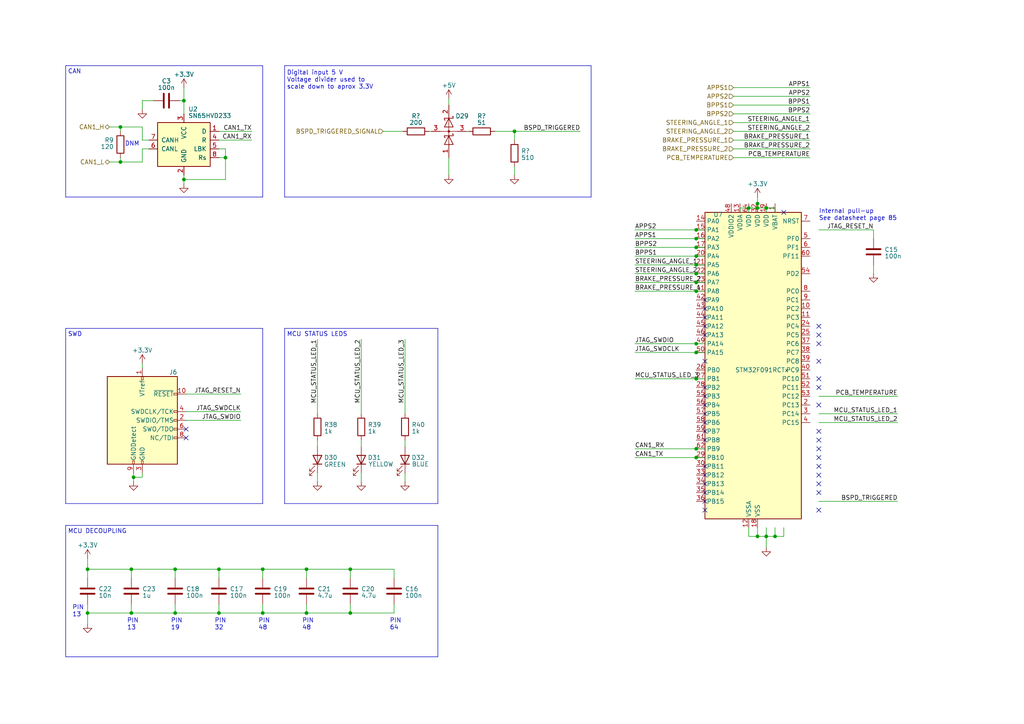
<source format=kicad_sch>
(kicad_sch (version 20230121) (generator eeschema)
  (paper "A4")
  (title_block (title "DRIVER CONTROL UNIT (DCU)") (rev "2.0") (company "KTH FORMULA STUDENT") (comment 1 "DeV17") (comment 2 "JOACHIM LARSSON") (comment 3 "JOACLA@KTH.SE"))
  (lib_symbols
    (symbol "Device:C" (pin_numbers hide) (pin_names (offset 0.254))
      (property "Reference" "C" (at 0.635 2.54 0))
      (property "Value" "C" (at 0.635 -2.54 0))
      (symbol "C_0_1"
        (polyline (pts (xy -2.032 -0.762) (xy 2.032 -0.762)) (stroke (width 0.508)))
        (polyline (pts (xy -2.032 0.762) (xy 2.032 0.762)) (stroke (width 0.508)))
      )
      (symbol "C_1_1"
        (pin passive line (at 0 3.81 270) (length 2.794) (name "~") (number "1"))
        (pin passive line (at 0 -3.81 90) (length 2.794) (name "~") (number "2"))
      )
    )
    (symbol "Device:LED" (pin_numbers hide) (pin_names (offset 1.016) hide)
      (property "Reference" "D" (at 0 2.54 0))
      (property "Value" "LED" (at 0 -2.54 0))
      (symbol "LED_0_1"
        (polyline (pts (xy -1.27 -1.27) (xy -1.27 1.27)) (stroke (width 0.254)))
        (polyline (pts (xy -1.27 0) (xy 1.27 0)))
        (polyline (pts (xy 1.27 -1.27) (xy 1.27 1.27) (xy -1.27 0) (xy 1.27 -1.27)) (stroke (width 0.254)))
        (polyline (pts (xy -3.048 -0.762) (xy -4.572 -2.286) (xy -3.81 -2.286) (xy -4.572 -2.286) (xy -4.572 -1.524)))
        (polyline (pts (xy -1.778 -0.762) (xy -3.302 -2.286) (xy -2.54 -2.286) (xy -3.302 -2.286) (xy -3.302 -1.524)))
      )
      (symbol "LED_1_1"
        (pin passive line (at -3.81 0 0) (length 2.54) (name "K") (number "1"))
        (pin passive line (at 3.81 0 180) (length 2.54) (name "A") (number "2"))
      )
    )
    (symbol "Device:R" (pin_numbers hide) (pin_names (offset 0))
      (property "Reference" "R" (at 2.032 0 90))
      (property "Value" "R" (at 0 0 90))
      (symbol "R_0_1"
        (rectangle (start -1.016 -2.54) (end 1.016 2.54) (stroke (width 0.254)))
      )
      (symbol "R_1_1"
        (pin passive line (at 0 3.81 270) (length 1.27) (name "~") (number "1"))
        (pin passive line (at 0 -3.81 90) (length 1.27) (name "~") (number "2"))
      )
    )
    (symbol "Interface_CAN_LIN:SN65HVD233" (pin_names (offset 1.016))
      (property "Reference" "U" (at -2.54 10.16 0))
      (property "Value" "SN65HVD233" (at -2.54 7.62 0))
      (symbol "SN65HVD233_0_1"
        (rectangle (start -7.62 5.08) (end 7.62 -7.62) (stroke (width 0.254)) (fill (type background)))
      )
      (symbol "SN65HVD233_1_1"
        (pin input line (at -10.16 2.54 0) (length 2.54) (name "D") (number "1"))
        (pin power_in line (at 0 -10.16 90) (length 2.54) (name "GND") (number "2"))
        (pin power_in line (at 0 7.62 270) (length 2.54) (name "VCC") (number "3"))
        (pin output line (at -10.16 0 0) (length 2.54) (name "R") (number "4"))
        (pin input line (at -10.16 -2.54 0) (length 2.54) (name "LBK") (number "5"))
        (pin bidirectional line (at 10.16 -2.54 180) (length 2.54) (name "CANL") (number "6"))
        (pin bidirectional line (at 10.16 0 180) (length 2.54) (name "CANH") (number "7"))
        (pin input line (at -10.16 -5.08 0) (length 2.54) (name "Rs") (number "8"))
      )
    )
    (symbol "KTHFS:ARM_JTAG_SWD_10" (pin_names (offset 1.016))
      (property "Reference" "J" (at 0 0 0))
      (property "Value" "ARM_JTAG_SWD_10" (at 0 0 0))
      (symbol "ARM_JTAG_SWD_10_1_1"
        (rectangle (start -10.16 13.97) (end 10.16 -11.43) (stroke (width 0.254)) (fill (type background)))
        (rectangle (start -2.794 -11.43) (end -2.286 -10.414))
        (rectangle (start -0.254 -11.43) (end 0.254 -10.414))
        (rectangle (start -0.254 13.97) (end 0.254 12.954))
        (rectangle (start 9.144 -4.064) (end 10.16 -3.556))
        (rectangle (start 9.144 3.556) (end 10.16 4.064))
        (rectangle (start 10.16 -1.524) (end 9.144 -1.016))
        (rectangle (start 10.16 1.016) (end 9.144 1.524))
        (rectangle (start 10.16 9.144) (end 9.144 8.636))
        (pin power_in line (at 0 16.51 270) (length 2.54) (name "VTref") (number "1"))
        (pin open_collector line (at 12.7 8.89 180) (length 2.54) (name "~{RESET}") (number "10"))
        (pin bidirectional line (at 12.7 1.27 180) (length 2.54) (name "SWDIO/TMS") (number "2"))
        (pin power_in line (at 0 -13.97 90) (length 2.54) (name "GND") (number "3"))
        (pin output line (at 12.7 3.81 180) (length 2.54) (name "SWDCLK/TCK") (number "4"))
        (pin passive line (at 0 -13.97 90) (length 2.54) hide (name "GND") (number "5"))
        (pin input line (at 12.7 -1.27 180) (length 2.54) (name "SWO/TDO") (number "6"))
        (pin no_connect line (at -10.16 1.27 0) (length 2.54) hide (name "KEY") (number "7"))
        (pin output line (at 12.7 -3.81 180) (length 2.54) (name "NC/TDI") (number "8"))
        (pin passive line (at -2.54 -13.97 90) (length 2.54) (name "GNDDetect") (number "9"))
      )
    )
    (symbol "KTHFS:D_Schottky_x2_Serial_AKC" (pin_names (offset 0.762) hide)
      (property "Reference" "D" (at 2.54 1.27 90))
      (property "Value" "D_Schottky_x2_Serial_AKC" (at -2.54 0 90))
      (symbol "D_Schottky_x2_Serial_AKC_0_1"
        (polyline (pts (xy 0 -3.81) (xy 0 3.81)))
        (polyline (pts (xy 0 0) (xy 2.54 0)))
        (polyline (pts (xy 0 6.35) (xy 0 7.62)))
        (polyline (pts (xy -1.27 3.81) (xy 1.27 3.81) (xy 1.27 3.81)) (stroke (width 0.2032)))
        (polyline (pts (xy 1.27 -1.27) (xy -1.27 -1.27) (xy -1.27 -1.27)) (stroke (width 0.2032)))
        (polyline (pts (xy -1.27 3.81) (xy -1.27 3.302) (xy -1.016 3.302) (xy -1.016 3.302)) (stroke (width 0.2032)))
        (polyline (pts (xy 1.27 -1.27) (xy 1.27 -0.762) (xy 1.016 -0.762) (xy 1.016 -0.762)) (stroke (width 0.2032)))
        (polyline (pts (xy 1.27 3.81) (xy 1.27 4.318) (xy 1.016 4.318) (xy 1.016 4.318)) (stroke (width 0.2032)))
        (polyline (pts (xy -1.016 -1.778) (xy -1.27 -1.778) (xy -1.27 -1.27) (xy -1.27 -1.27) (xy -1.27 -1.27)) (stroke (width 0.2032)))
        (polyline (pts (xy -1.27 -3.81) (xy 0 -1.27) (xy 1.27 -3.81) (xy -1.27 -3.81) (xy -1.27 -3.81) (xy -1.27 -3.81)) (stroke (width 0.2032)))
        (polyline (pts (xy -1.27 1.27) (xy 0 3.81) (xy 1.27 1.27) (xy -1.27 1.27) (xy -1.27 1.27) (xy -1.27 1.27)) (stroke (width 0.2032)))
        (circle (center 0 0) (radius 0.254) (fill (type outline)))
        (pin passive line (at 0 -7.62 90) (length 3.81) (name "A") (number "1"))
        (pin passive line (at 0 7.62 270) (length 3.81) (name "K") (number "2"))
        (pin passive line (at 5.08 0 180) (length 2.54) (name "common") (number "3"))
      )
      (symbol "D_Schottky_x2_Serial_AKC_1_1"
        (polyline (pts (xy 0 0) (xy -2.54 0)))
        (pin passive line (at -5.08 0 0) (length 2.54) (name "common") (number "3"))
      )
    )
    (symbol "MCU_ST_STM32F0:STM32F091RCTx"
      (property "Reference" "U" (at -12.7 46.99 0))
      (property "Value" "STM32F091RCTx" (at 10.16 46.99 0))
      (symbol "STM32F091RCTx_0_1"
        (rectangle (start -12.7 -43.18) (end 15.24 45.72) (stroke (width 0.254)) (fill (type background)))
      )
      (symbol "STM32F091RCTx_1_1"
        (pin power_in line (at -5.08 48.26 270) (length 2.54) (name "VBAT") (number "1"))
        (pin bidirectional line (at -15.24 17.78 0) (length 2.54) (name "PC2") (number "10"))
        (pin bidirectional line (at -15.24 15.24 0) (length 2.54) (name "PC3") (number "11"))
        (pin power_in line (at 2.54 -45.72 90) (length 2.54) (name "VSSA") (number "12"))
        (pin power_in line (at 5.08 48.26 270) (length 2.54) (name "VDDA") (number "13"))
        (pin bidirectional line (at 17.78 43.18 180) (length 2.54) (name "PA0") (number "14"))
        (pin bidirectional line (at 17.78 40.64 180) (length 2.54) (name "PA1") (number "15"))
        (pin bidirectional line (at 17.78 38.1 180) (length 2.54) (name "PA2") (number "16"))
        (pin bidirectional line (at 17.78 35.56 180) (length 2.54) (name "PA3") (number "17"))
        (pin power_in line (at 0 -45.72 90) (length 2.54) (name "VSS") (number "18"))
        (pin power_in line (at -2.54 48.26 270) (length 2.54) (name "VDD") (number "19"))
        (pin bidirectional line (at -15.24 -10.16 0) (length 2.54) (name "PC13") (number "2"))
        (pin bidirectional line (at 17.78 33.02 180) (length 2.54) (name "PA4") (number "20"))
        (pin bidirectional line (at 17.78 30.48 180) (length 2.54) (name "PA5") (number "21"))
        (pin bidirectional line (at 17.78 27.94 180) (length 2.54) (name "PA6") (number "22"))
        (pin bidirectional line (at 17.78 25.4 180) (length 2.54) (name "PA7") (number "23"))
        (pin bidirectional line (at -15.24 12.7 0) (length 2.54) (name "PC4") (number "24"))
        (pin bidirectional line (at -15.24 10.16 0) (length 2.54) (name "PC5") (number "25"))
        (pin bidirectional line (at 17.78 0 180) (length 2.54) (name "PB0") (number "26"))
        (pin bidirectional line (at 17.78 -2.54 180) (length 2.54) (name "PB1") (number "27"))
        (pin bidirectional line (at 17.78 -5.08 180) (length 2.54) (name "PB2") (number "28"))
        (pin bidirectional line (at 17.78 -25.4 180) (length 2.54) (name "PB10") (number "29"))
        (pin bidirectional line (at -15.24 -12.7 0) (length 2.54) (name "PC14") (number "3"))
        (pin bidirectional line (at 17.78 -27.94 180) (length 2.54) (name "PB11") (number "30"))
        (pin passive line (at 0 -45.72 90) (length 2.54) hide (name "VSS") (number "31"))
        (pin power_in line (at 0 48.26 270) (length 2.54) (name "VDD") (number "32"))
        (pin bidirectional line (at 17.78 -30.48 180) (length 2.54) (name "PB12") (number "33"))
        (pin bidirectional line (at 17.78 -33.02 180) (length 2.54) (name "PB13") (number "34"))
        (pin bidirectional line (at 17.78 -35.56 180) (length 2.54) (name "PB14") (number "35"))
        (pin bidirectional line (at 17.78 -38.1 180) (length 2.54) (name "PB15") (number "36"))
        (pin bidirectional line (at -15.24 7.62 0) (length 2.54) (name "PC6") (number "37"))
        (pin bidirectional line (at -15.24 5.08 0) (length 2.54) (name "PC7") (number "38"))
        (pin bidirectional line (at -15.24 2.54 0) (length 2.54) (name "PC8") (number "39"))
        (pin bidirectional line (at -15.24 -15.24 0) (length 2.54) (name "PC15") (number "4"))
        (pin bidirectional line (at -15.24 0 0) (length 2.54) (name "PC9") (number "40"))
        (pin bidirectional line (at 17.78 22.86 180) (length 2.54) (name "PA8") (number "41"))
        (pin bidirectional line (at 17.78 20.32 180) (length 2.54) (name "PA9") (number "42"))
        (pin bidirectional line (at 17.78 17.78 180) (length 2.54) (name "PA10") (number "43"))
        (pin bidirectional line (at 17.78 15.24 180) (length 2.54) (name "PA11") (number "44"))
        (pin bidirectional line (at 17.78 12.7 180) (length 2.54) (name "PA12") (number "45"))
        (pin bidirectional line (at 17.78 10.16 180) (length 2.54) (name "PA13") (number "46"))
        (pin passive line (at 0 -45.72 90) (length 2.54) hide (name "VSS") (number "47"))
        (pin power_in line (at 7.62 48.26 270) (length 2.54) (name "VDDIO2") (number "48"))
        (pin bidirectional line (at 17.78 7.62 180) (length 2.54) (name "PA14") (number "49"))
        (pin bidirectional line (at -15.24 38.1 0) (length 2.54) (name "PF0") (number "5"))
        (pin bidirectional line (at 17.78 5.08 180) (length 2.54) (name "PA15") (number "50"))
        (pin bidirectional line (at -15.24 -2.54 0) (length 2.54) (name "PC10") (number "51"))
        (pin bidirectional line (at -15.24 -5.08 0) (length 2.54) (name "PC11") (number "52"))
        (pin bidirectional line (at -15.24 -7.62 0) (length 2.54) (name "PC12") (number "53"))
        (pin bidirectional line (at -15.24 27.94 0) (length 2.54) (name "PD2") (number "54"))
        (pin bidirectional line (at 17.78 -7.62 180) (length 2.54) (name "PB3") (number "55"))
        (pin bidirectional line (at 17.78 -10.16 180) (length 2.54) (name "PB4") (number "56"))
        (pin bidirectional line (at 17.78 -12.7 180) (length 2.54) (name "PB5") (number "57"))
        (pin bidirectional line (at 17.78 -15.24 180) (length 2.54) (name "PB6") (number "58"))
        (pin bidirectional line (at 17.78 -17.78 180) (length 2.54) (name "PB7") (number "59"))
        (pin bidirectional line (at -15.24 35.56 0) (length 2.54) (name "PF1") (number "6"))
        (pin bidirectional line (at -15.24 33.02 0) (length 2.54) (name "PF11") (number "60"))
        (pin bidirectional line (at 17.78 -20.32 180) (length 2.54) (name "PB8") (number "61"))
        (pin bidirectional line (at 17.78 -22.86 180) (length 2.54) (name "PB9") (number "62"))
        (pin passive line (at 0 -45.72 90) (length 2.54) hide (name "VSS") (number "63"))
        (pin power_in line (at 2.54 48.26 270) (length 2.54) (name "VDD") (number "64"))
        (pin input line (at -15.24 43.18 0) (length 2.54) (name "NRST") (number "7"))
        (pin bidirectional line (at -15.24 22.86 0) (length 2.54) (name "PC0") (number "8"))
        (pin bidirectional line (at -15.24 20.32 0) (length 2.54) (name "PC1") (number "9"))
      )
    )
    (symbol "power:+3.3V" (power) (pin_names (offset 0))
      (property "Value" "+3.3V" (at 0 3.556 0))
      (symbol "+3.3V_0_1"
        (polyline (pts (xy -0.762 1.27) (xy 0 2.54)))
        (polyline (pts (xy 0 0) (xy 0 2.54)))
        (polyline (pts (xy 0 2.54) (xy 0.762 1.27)))
      )
      (symbol "+3.3V_1_1"
        (pin power_in line (at 0 0 90) (length 0) hide (name "+3.3V") (number "1"))
      )
    )
    (symbol "power:+5V" (power) (pin_names (offset 0))
      (property "Value" "+5V" (at 0 3.556 0))
      (symbol "+5V_0_1"
        (polyline (pts (xy -0.762 1.27) (xy 0 2.54)))
        (polyline (pts (xy 0 0) (xy 0 2.54)))
        (polyline (pts (xy 0 2.54) (xy 0.762 1.27)))
      )
      (symbol "+5V_1_1"
        (pin power_in line (at 0 0 90) (length 0) hide (name "+5V") (number "1"))
      )
    )
    (symbol "power:GND" (power) (pin_names (offset 0))
      (property "Value" "GND" (at 0 -3.81 0))
      (symbol "GND_0_1"
        (polyline (pts (xy 0 0) (xy 0 -1.27) (xy 1.27 -1.27) (xy 0 -2.54) (xy -1.27 -1.27) (xy 0 -1.27)))
      )
      (symbol "GND_1_1"
        (pin power_in line (at 0 0 270) (length 0) hide (name "GND") (number "1"))
      )
    )
  )
  (junction (at 201.93 102.235))
  (junction (at 38.1 177.8))
  (junction (at 76.2 177.8))
  (junction (at 34.925 36.83))
  (junction (at 201.93 132.715))
  (junction (at 222.25 155.575))
  (junction (at 25.4 165.1))
  (junction (at 219.71 155.575))
  (junction (at 222.25 60.325))
  (junction (at 201.93 76.835))
  (junction (at 201.93 81.915))
  (junction (at 201.93 66.675))
  (junction (at 50.8 165.1))
  (junction (at 88.9 177.8))
  (junction (at 201.93 69.215))
  (junction (at 53.34 52.07))
  (junction (at 63.5 177.8))
  (junction (at 63.5 165.1))
  (junction (at 101.6 177.8))
  (junction (at 101.6 165.1))
  (junction (at 65.405 45.72))
  (junction (at 224.79 155.575))
  (junction (at 88.9 165.1))
  (junction (at 25.4 177.8))
  (junction (at 201.93 130.175))
  (junction (at 201.93 79.375))
  (junction (at 38.1 165.1))
  (junction (at 76.2 165.1))
  (junction (at 217.17 60.325))
  (junction (at 149.225 38.1))
  (junction (at 34.925 46.99))
  (junction (at 219.71 60.325))
  (junction (at 201.93 74.295))
  (junction (at 201.93 84.455))
  (junction (at 50.8 177.8))
  (junction (at 53.34 29.21))
  (junction (at 201.93 109.855))
  (junction (at 201.93 99.695))
  (junction (at 219.71 59.055))
  (junction (at 38.735 138.43))
  (junction (at 201.93 71.755))
  (no_connect (at 53.975 127))
  (no_connect (at 237.49 117.475))
  (no_connect (at 204.47 120.015))
  (no_connect (at 237.49 97.155))
  (no_connect (at 237.49 99.695))
  (no_connect (at 237.49 112.395))
  (no_connect (at 237.49 147.955))
  (no_connect (at 237.49 109.855))
  (no_connect (at 204.47 104.775))
  (no_connect (at 237.49 127.635))
  (no_connect (at 204.47 94.615))
  (no_connect (at 204.47 92.075))
  (no_connect (at 237.49 142.875))
  (no_connect (at 204.47 114.935))
  (no_connect (at 53.975 124.46))
  (no_connect (at 204.47 125.095))
  (no_connect (at 237.49 140.335))
  (no_connect (at 237.49 135.255))
  (no_connect (at 237.49 94.615))
  (no_connect (at 227.33 61.595))
  (no_connect (at 204.47 145.415))
  (no_connect (at 237.49 137.795))
  (no_connect (at 204.47 89.535))
  (no_connect (at 204.47 112.395))
  (no_connect (at 204.47 137.795))
  (no_connect (at 204.47 97.155))
  (no_connect (at 204.47 86.995))
  (no_connect (at 237.49 132.715))
  (no_connect (at 204.47 122.555))
  (no_connect (at 204.47 117.475))
  (no_connect (at 204.47 135.255))
  (no_connect (at 204.47 140.335))
  (no_connect (at 237.49 130.175))
  (no_connect (at 237.49 104.775))
  (no_connect (at 237.49 125.095))
  (no_connect (at 204.47 127.635))
  (no_connect (at 204.47 147.955))
  (no_connect (at 204.47 142.875))
  (wire (pts (xy 212.725 27.94) (xy 234.95 27.94)))
  (wire (pts (xy 117.475 129.54) (xy 117.475 127.635)))
  (wire (pts (xy 201.93 84.455) (xy 184.15 84.455)))
  (wire (pts (xy 101.6 165.1) (xy 88.9 165.1)))
  (polyline (pts (xy 127 190.5) (xy 127 152.4)))
  (wire (pts (xy 227.33 153.035) (xy 227.33 155.575)))
  (wire (pts (xy 219.71 155.575) (xy 219.71 153.035)))
  (wire (pts (xy 63.5 167.64) (xy 63.5 165.1)))
  (wire (pts (xy 237.49 145.415) (xy 260.35 145.415)))
  (wire (pts (xy 104.775 127.635) (xy 104.775 129.54)))
  (wire (pts (xy 34.925 36.83) (xy 31.75 36.83)))
  (wire (pts (xy 135.89 38.1) (xy 135.255 38.1)))
  (wire (pts (xy 149.225 38.1) (xy 143.51 38.1)))
  (wire (pts (xy 214.63 60.325) (xy 217.17 60.325)))
  (wire (pts (xy 212.725 35.56) (xy 234.95 35.56)))
  (wire (pts (xy 114.3 175.26) (xy 114.3 177.8)))
  (wire (pts (xy 76.2 177.8) (xy 88.9 177.8)))
  (wire (pts (xy 38.1 165.1) (xy 25.4 165.1)))
  (polyline (pts (xy 19.05 95.25) (xy 76.2 95.25)))
  (wire (pts (xy 34.925 36.83) (xy 41.275 36.83)))
  (wire (pts (xy 219.71 59.055) (xy 219.71 57.15)))
  (wire (pts (xy 224.79 60.325) (xy 224.79 61.595)))
  (wire (pts (xy 25.4 161.925) (xy 25.4 165.1)))
  (wire (pts (xy 53.975 119.38) (xy 69.85 119.38)))
  (wire (pts (xy 149.225 40.64) (xy 149.225 38.1)))
  (wire (pts (xy 214.63 61.595) (xy 214.63 60.325)))
  (wire (pts (xy 201.93 76.835) (xy 204.47 76.835)))
  (wire (pts (xy 219.71 60.325) (xy 219.71 61.595)))
  (wire (pts (xy 201.93 132.715) (xy 204.47 132.715)))
  (wire (pts (xy 184.15 99.695) (xy 201.93 99.695)))
  (polyline (pts (xy 19.05 190.5) (xy 127 190.5)))
  (polyline (pts (xy 82.55 57.15) (xy 82.55 19.05)))
  (wire (pts (xy 253.365 69.215) (xy 253.365 66.675)))
  (wire (pts (xy 222.25 155.575) (xy 222.25 153.035)))
  (wire (pts (xy 41.275 43.18) (xy 41.275 46.99)))
  (wire (pts (xy 92.075 98.425) (xy 92.075 120.015)))
  (wire (pts (xy 63.5 177.8) (xy 76.2 177.8)))
  (wire (pts (xy 53.34 52.07) (xy 53.34 50.8)))
  (wire (pts (xy 219.71 60.325) (xy 219.71 59.055)))
  (wire (pts (xy 50.8 165.1) (xy 50.8 167.64)))
  (polyline (pts (xy 19.05 152.4) (xy 19.05 190.5)))
  (wire (pts (xy 201.93 109.855) (xy 204.47 109.855)))
  (polyline (pts (xy 127 95.25) (xy 82.55 95.25)))
  (wire (pts (xy 204.47 84.455) (xy 201.93 84.455)))
  (wire (pts (xy 224.79 155.575) (xy 222.25 155.575)))
  (wire (pts (xy 76.2 177.8) (xy 76.2 175.26)))
  (wire (pts (xy 43.18 43.18) (xy 41.275 43.18)))
  (wire (pts (xy 227.33 155.575) (xy 224.79 155.575)))
  (wire (pts (xy 88.9 177.8) (xy 88.9 175.26)))
  (wire (pts (xy 201.93 71.755) (xy 204.47 71.755)))
  (wire (pts (xy 38.1 177.8) (xy 50.8 177.8)))
  (wire (pts (xy 41.275 29.21) (xy 41.275 31.75)))
  (wire (pts (xy 201.93 74.295) (xy 184.15 74.295)))
  (wire (pts (xy 38.1 177.8) (xy 38.1 175.26)))
  (wire (pts (xy 101.6 165.1) (xy 114.3 165.1)))
  (polyline (pts (xy 76.2 146.05) (xy 19.05 146.05)))
  (wire (pts (xy 222.25 60.325) (xy 222.25 61.595)))
  (wire (pts (xy 25.4 177.8) (xy 38.1 177.8)))
  (wire (pts (xy 104.775 137.16) (xy 104.775 139.7)))
  (wire (pts (xy 184.15 76.835) (xy 201.93 76.835)))
  (wire (pts (xy 53.34 25.4) (xy 53.34 29.21)))
  (wire (pts (xy 34.925 38.1) (xy 34.925 36.83)))
  (wire (pts (xy 237.49 114.935) (xy 260.35 114.935)))
  (wire (pts (xy 184.15 109.855) (xy 201.93 109.855)))
  (polyline (pts (xy 82.55 57.15) (xy 171.45 57.15)))
  (wire (pts (xy 25.4 177.8) (xy 25.4 180.975)))
  (wire (pts (xy 201.93 81.915) (xy 204.47 81.915)))
  (polyline (pts (xy 82.55 146.05) (xy 127 146.05)))
  (wire (pts (xy 217.17 153.035) (xy 217.17 155.575)))
  (polyline (pts (xy 127 146.05) (xy 127 95.25)))
  (polyline (pts (xy 76.2 57.15) (xy 76.2 19.05)))
  (wire (pts (xy 184.15 102.235) (xy 201.93 102.235)))
  (wire (pts (xy 212.725 30.48) (xy 234.95 30.48)))
  (wire (pts (xy 65.405 52.07) (xy 53.34 52.07)))
  (wire (pts (xy 41.275 40.64) (xy 41.275 36.83)))
  (wire (pts (xy 184.15 130.175) (xy 201.93 130.175)))
  (wire (pts (xy 43.18 40.64) (xy 41.275 40.64)))
  (wire (pts (xy 38.1 165.1) (xy 50.8 165.1)))
  (wire (pts (xy 50.8 165.1) (xy 63.5 165.1)))
  (wire (pts (xy 65.405 45.72) (xy 63.5 45.72)))
  (wire (pts (xy 117.475 139.7) (xy 117.475 137.16)))
  (wire (pts (xy 65.405 43.18) (xy 65.405 45.72)))
  (wire (pts (xy 125.095 38.1) (xy 124.46 38.1)))
  (wire (pts (xy 50.8 177.8) (xy 50.8 175.26)))
  (wire (pts (xy 92.075 137.16) (xy 92.075 139.7)))
  (wire (pts (xy 38.1 167.64) (xy 38.1 165.1)))
  (wire (pts (xy 114.3 177.8) (xy 101.6 177.8)))
  (wire (pts (xy 76.2 165.1) (xy 76.2 167.64)))
  (wire (pts (xy 222.25 60.325) (xy 224.79 60.325)))
  (wire (pts (xy 65.405 45.72) (xy 65.405 52.07)))
  (wire (pts (xy 63.5 38.1) (xy 73.025 38.1)))
  (polyline (pts (xy 76.2 95.25) (xy 76.2 146.05)))
  (wire (pts (xy 88.9 165.1) (xy 76.2 165.1)))
  (wire (pts (xy 41.275 138.43) (xy 41.275 137.16)))
  (wire (pts (xy 201.93 79.375) (xy 184.15 79.375)))
  (wire (pts (xy 63.5 43.18) (xy 65.405 43.18)))
  (wire (pts (xy 73.025 40.64) (xy 63.5 40.64)))
  (wire (pts (xy 217.17 155.575) (xy 219.71 155.575)))
  (wire (pts (xy 101.6 175.26) (xy 101.6 177.8)))
  (wire (pts (xy 201.93 130.175) (xy 204.47 130.175)))
  (wire (pts (xy 253.365 79.375) (xy 253.365 76.835)))
  (polyline (pts (xy 127 152.4) (xy 19.05 152.4)))
  (wire (pts (xy 204.47 69.215) (xy 201.93 69.215)))
  (polyline (pts (xy 19.05 57.15) (xy 76.2 57.15)))
  (wire (pts (xy 212.725 45.72) (xy 234.95 45.72)))
  (wire (pts (xy 53.975 114.3) (xy 69.85 114.3)))
  (wire (pts (xy 53.975 121.92) (xy 69.85 121.92)))
  (wire (pts (xy 201.93 99.695) (xy 204.47 99.695)))
  (wire (pts (xy 116.84 38.1) (xy 111.125 38.1)))
  (wire (pts (xy 212.725 40.64) (xy 234.95 40.64)))
  (wire (pts (xy 149.225 38.1) (xy 168.275 38.1)))
  (wire (pts (xy 114.3 165.1) (xy 114.3 167.64)))
  (wire (pts (xy 38.735 138.43) (xy 38.735 139.7)))
  (wire (pts (xy 53.34 29.21) (xy 53.34 33.02)))
  (wire (pts (xy 217.17 60.325) (xy 219.71 60.325)))
  (wire (pts (xy 130.175 30.48) (xy 130.175 28.575)))
  (wire (pts (xy 237.49 66.675) (xy 253.365 66.675)))
  (wire (pts (xy 219.71 60.325) (xy 222.25 60.325)))
  (wire (pts (xy 63.5 177.8) (xy 63.5 175.26)))
  (wire (pts (xy 212.725 43.18) (xy 234.95 43.18)))
  (wire (pts (xy 38.735 138.43) (xy 41.275 138.43)))
  (wire (pts (xy 149.225 50.8) (xy 149.225 48.26)))
  (wire (pts (xy 34.925 46.99) (xy 34.925 45.72)))
  (polyline (pts (xy 82.55 95.25) (xy 82.55 146.05)))
  (wire (pts (xy 201.93 66.675) (xy 204.47 66.675)))
  (wire (pts (xy 237.49 120.015) (xy 260.35 120.015)))
  (wire (pts (xy 38.735 137.16) (xy 38.735 138.43)))
  (polyline (pts (xy 76.2 19.05) (xy 19.05 19.05)))
  (wire (pts (xy 212.725 33.02) (xy 234.95 33.02)))
  (wire (pts (xy 117.475 98.425) (xy 117.475 120.015)))
  (wire (pts (xy 63.5 165.1) (xy 76.2 165.1)))
  (wire (pts (xy 101.6 167.64) (xy 101.6 165.1)))
  (polyline (pts (xy 19.05 19.05) (xy 19.05 57.15)))
  (wire (pts (xy 212.725 38.1) (xy 234.95 38.1)))
  (wire (pts (xy 201.93 69.215) (xy 184.15 69.215)))
  (wire (pts (xy 212.725 25.4) (xy 234.95 25.4)))
  (wire (pts (xy 222.25 158.75) (xy 222.25 155.575)))
  (wire (pts (xy 224.79 153.035) (xy 224.79 155.575)))
  (wire (pts (xy 25.4 165.1) (xy 25.4 167.64)))
  (wire (pts (xy 63.5 177.8) (xy 50.8 177.8)))
  (wire (pts (xy 25.4 175.26) (xy 25.4 177.8)))
  (wire (pts (xy 184.15 81.915) (xy 201.93 81.915)))
  (wire (pts (xy 41.275 105.41) (xy 41.275 106.68)))
  (wire (pts (xy 217.17 60.325) (xy 217.17 61.595)))
  (wire (pts (xy 53.34 53.34) (xy 53.34 52.07)))
  (polyline (pts (xy 82.55 19.05) (xy 171.45 19.05)))
  (wire (pts (xy 219.71 155.575) (xy 222.25 155.575)))
  (wire (pts (xy 104.775 98.425) (xy 104.775 120.015)))
  (wire (pts (xy 52.07 29.21) (xy 53.34 29.21)))
  (wire (pts (xy 204.47 74.295) (xy 201.93 74.295)))
  (wire (pts (xy 88.9 167.64) (xy 88.9 165.1)))
  (wire (pts (xy 101.6 177.8) (xy 88.9 177.8)))
  (wire (pts (xy 34.925 46.99) (xy 31.75 46.99)))
  (wire (pts (xy 44.45 29.21) (xy 41.275 29.21)))
  (wire (pts (xy 41.275 46.99) (xy 34.925 46.99)))
  (wire (pts (xy 130.175 50.8) (xy 130.175 45.72)))
  (polyline (pts (xy 19.05 146.05) (xy 19.05 95.25)))
  (wire (pts (xy 184.15 132.715) (xy 201.93 132.715)))
  (wire (pts (xy 184.15 66.675) (xy 201.93 66.675)))
  (wire (pts (xy 184.15 71.755) (xy 201.93 71.755)))
  (wire (pts (xy 201.93 102.235) (xy 204.47 102.235)))
  (wire (pts (xy 204.47 79.375) (xy 201.93 79.375)))
  (wire (pts (xy 237.49 122.555) (xy 260.35 122.555)))
  (wire (pts (xy 92.075 127.635) (xy 92.075 129.54)))
  (polyline (pts (xy 171.45 19.05) (xy 171.45 57.15)))
  (text "SWD" (at 19.685 97.79 0) (effects (font (size 1.27 1.27)) (justify left bottom)))
  (text "PIN\n19" (at 49.53 182.88 0) (effects (font (size 1.27 1.27)) (justify left bottom)))
  (text "PIN\n64" (at 113.03 182.88 0) (effects (font (size 1.27 1.27)) (justify left bottom)))
  (text "PIN\n32" (at 62.23 182.88 0) (effects (font (size 1.27 1.27)) (justify left bottom)))
  (text "CAN" (at 19.685 21.59 0) (effects (font (size 1.27 1.27)) (justify left bottom)))
  (text "PIN\n48" (at 87.63 182.88 0) (effects (font (size 1.27 1.27)) (justify left bottom)))
  (text "Internal pull-up\nSee datasheet page 85" (at 237.49 64.135 0) (effects (font (size 1.27 1.27)) (justify left bottom)))
  (text "PIN\n48" (at 74.93 182.88 0) (effects (font (size 1.27 1.27)) (justify left bottom)))
  (text "DNM" (at 36.195 42.545 0) (effects (font (size 1.27 1.27)) (justify left bottom)))
  (text "MCU STATUS LEDS" (at 83.185 97.79 0) (effects (font (size 1.27 1.27)) (justify left bottom)))
  (text "Digital input 5 V\nVoltage divider used to \nscale down to aprox 3.3V" (at 83.185 26.035 0) (effects (font (size 1.27 1.27)) (justify left bottom)))
  (text "MCU DECOUPLING" (at 19.685 154.94 0) (effects (font (size 1.27 1.27)) (justify left bottom)))
  (text "PIN\n13" (at 20.955 179.07 0) (effects (font (size 1.27 1.27)) (justify left bottom)))
  (text "PIN\n13" (at 36.83 182.88 0) (effects (font (size 1.27 1.27)) (justify left bottom)))
  (label "JTAG_SWDCLK" (at 69.85 119.38 180))
  (label "JTAG_SWDIO" (at 69.85 121.92 180))
  (label "MCU_STATUS_LED_2" (at 104.775 98.425 270))
  (label "BRAKE_PRESSURE_2" (at 234.95 43.18 180))
  (label "BRAKE_PRESSURE_1" (at 234.95 40.64 180))
  (label "MCU_STATUS_LED_1" (at 92.075 98.425 270))
  (label "PCB_TEMPERATURE" (at 260.35 114.935 180))
  (label "PCB_TEMPERATURE" (at 234.95 45.72 180))
  (label "BPPS2" (at 184.15 71.755 0))
  (label "CAN1_RX" (at 73.025 40.64 180))
  (label "BPPS2" (at 234.95 33.02 180))
  (label "JTAG_RESET_N" (at 253.365 66.675 180))
  (label "BPPS1" (at 184.15 74.295 0))
  (label "CAN1_RX" (at 184.15 130.175 0))
  (label "BPPS1" (at 234.95 30.48 180))
  (label "BSPD_TRIGGERED" (at 168.275 38.1 180))
  (label "JTAG_SWDIO" (at 184.15 99.695 0))
  (label "STEERING_ANGLE_1" (at 234.95 35.56 180))
  (label "MCU_STATUS_LED_3" (at 184.15 109.855 0))
  (label "MCU_STATUS_LED_3" (at 117.475 98.425 270))
  (label "APPS2" (at 184.15 66.675 0))
  (label "MCU_STATUS_LED_2" (at 260.35 122.555 180))
  (label "BRAKE_PRESSURE_1" (at 184.15 84.455 0))
  (label "STEERING_ANGLE_2" (at 234.95 38.1 180))
  (label "JTAG_SWDCLK" (at 184.15 102.235 0))
  (label "APPS1" (at 184.15 69.215 0))
  (label "APPS2" (at 234.95 27.94 180))
  (label "CAN1_TX" (at 73.025 38.1 180))
  (label "STEERING_ANGLE_2" (at 184.15 79.375 0))
  (label "BRAKE_PRESSURE_2" (at 184.15 81.915 0))
  (label "JTAG_RESET_N" (at 69.85 114.3 180))
  (label "MCU_STATUS_LED_1" (at 260.35 120.015 180))
  (label "STEERING_ANGLE_1" (at 184.15 76.835 0))
  (label "APPS1" (at 234.95 25.4 180))
  (label "CAN1_TX" (at 184.15 132.715 0))
  (label "BSPD_TRIGGERED" (at 260.35 145.415 180))
  (hierarchical_label "STEERING_ANGLE_1" (shape input) (at 212.725 35.56 180))
  (hierarchical_label "APPS2" (shape input) (at 212.725 27.94 180))
  (hierarchical_label "BPPS2" (shape input) (at 212.725 33.02 180))
  (hierarchical_label "STEERING_ANGLE_2" (shape input) (at 212.725 38.1 180))
  (hierarchical_label "BRAKE_PRESSURE_2" (shape input) (at 212.725 43.18 180))
  (hierarchical_label "APPS1" (shape input) (at 212.725 25.4 180))
  (hierarchical_label "BPPS1" (shape input) (at 212.725 30.48 180))
  (hierarchical_label "BRAKE_PRESSURE_1" (shape input) (at 212.725 40.64 180))
  (hierarchical_label "BSPD_TRIGGERED_SIGNAL" (shape input) (at 111.125 38.1 180))
  (hierarchical_label "CAN1_L" (shape bidirectional) (at 31.75 46.99 180))
  (hierarchical_label "PCB_TEMPERATURE" (shape input) (at 212.725 45.72 180))
  (hierarchical_label "CAN1_H" (shape bidirectional) (at 31.75 36.83 180))
  (symbol (lib_id "MCU_ST_STM32F0:STM32F091RCTx") (at 219.71 107.315 0) (mirror y) (unit 1)
    (property "Reference" "U7" (at 208.28 62.23 0))
    (property "Value" "STM32F091RCTx" (at 220.98 107.315 0))
    (property "Footprint" "Package_QFP:LQFP-64_10x10mm_P0.5mm" (effects hide))
    (property "Datasheet" "http://www.st.com/st-web-ui/static/active/en/resource/technical/document/datasheet/DM00115237.pdf" (effects hide))
  )
  (symbol (lib_id "Device:C") (at 38.1 171.45 0) (unit 1)
    (property "Reference" "C23" (at 41.275 170.815 0) (effects (justify left)))
    (property "Value" "1u" (at 41.275 172.72 0) (effects (justify left)))
    (property "Footprint" "Capacitor_SMD:C_0603_1608Metric" (effects hide))
  )
  (symbol (lib_id "Device:C") (at 50.8 171.45 0) (unit 1)
    (property "Reference" "C18" (at 53.975 170.815 0) (effects (justify left)))
    (property "Value" "100n" (at 53.975 172.72 0) (effects (justify left)))
    (property "Footprint" "Capacitor_SMD:C_0603_1608Metric" (effects hide))
  )
  (symbol (lib_id "Device:C") (at 25.4 171.45 0) (unit 1)
    (property "Reference" "C22" (at 28.575 170.815 0) (effects (justify left)))
    (property "Value" "10n" (at 28.575 172.72 0) (effects (justify left)))
    (property "Footprint" "Capacitor_SMD:C_0603_1608Metric" (effects hide))
  )
  (symbol (lib_id "Device:C") (at 63.5 171.45 0) (unit 1)
    (property "Reference" "C17" (at 66.675 170.815 0) (effects (justify left)))
    (property "Value" "100n" (at 66.675 172.72 0) (effects (justify left)))
    (property "Footprint" "Capacitor_SMD:C_0603_1608Metric" (effects hide))
  )
  (symbol (lib_id "Device:C") (at 114.3 171.45 0) (unit 1)
    (property "Reference" "C16" (at 117.475 170.815 0) (effects (justify left)))
    (property "Value" "100n" (at 117.475 172.72 0) (effects (justify left)))
    (property "Footprint" "Capacitor_SMD:C_0603_1608Metric" (effects hide))
  )
  (symbol (lib_id "Device:C") (at 76.2 171.45 0) (unit 1)
    (property "Reference" "C19" (at 79.375 170.815 0) (effects (justify left)))
    (property "Value" "100n" (at 79.375 172.72 0) (effects (justify left)))
    (property "Footprint" "Capacitor_SMD:C_0603_1608Metric" (effects hide))
  )
  (symbol (lib_id "Device:C") (at 88.9 171.45 0) (unit 1)
    (property "Reference" "C21" (at 92.075 170.815 0) (effects (justify left)))
    (property "Value" "4.7u" (at 92.075 172.72 0) (effects (justify left)))
    (property "Footprint" "Capacitor_SMD:C_0603_1608Metric" (effects hide))
  )
  (symbol (lib_id "Device:C") (at 101.6 171.45 0) (unit 1)
    (property "Reference" "C20" (at 104.775 170.815 0) (effects (justify left)))
    (property "Value" "4.7u" (at 104.775 172.72 0) (effects (justify left)))
    (property "Footprint" "Capacitor_SMD:C_0603_1608Metric" (effects hide))
  )
  (symbol (lib_id "power:+3.3V") (at 25.4 161.925 0) (unit 1)
    (property "Reference" "#PWR0152" (effects hide))
    (property "Value" "+3.3V" (at 25.4 158.115 0))
  )
  (symbol (lib_id "power:+3.3V") (at 41.275 105.41 0) (unit 1)
    (property "Reference" "#PWR0146" (effects hide))
    (property "Value" "+3.3V" (at 41.275 101.6 0))
  )
  (symbol (lib_id "KTHFS:ARM_JTAG_SWD_10") (at 41.275 123.19 0) (unit 1)
    (property "Reference" "J6" (at 51.435 107.95 0) (effects (justify right)))
    (property "Value" "ARM_JTAG_SWD_10" (effects hide))
    (property "Footprint" "KTHFS:Atmel_ICP_connector" (effects hide))
  )
  (symbol (lib_id "power:GND") (at 38.735 139.7 0) (unit 1)
    (property "Reference" "#PWR0145" (effects hide))
    (property "Value" "GND" (effects hide))
  )
  (symbol (lib_id "power:GND") (at 222.25 158.75 0) (unit 1)
    (property "Reference" "#PWR0144" (effects hide))
    (property "Value" "GND" (effects hide))
  )
  (symbol (lib_id "Device:R") (at 104.775 123.825 180) (unit 1)
    (property "Reference" "R39" (at 106.68 123.19 0) (effects (justify right)))
    (property "Value" "1k" (at 106.68 125.095 0) (effects (justify right)))
    (property "Footprint" "Resistor_SMD:R_0603_1608Metric" (effects hide))
  )
  (symbol (lib_id "Device:LED") (at 104.775 133.35 270) (mirror x) (unit 1)
    (property "Reference" "D31" (at 108.585 132.715 90))
    (property "Value" "YELLOW" (at 110.49 134.62 90))
    (property "Footprint" "LED_SMD:LED_0603_1608Metric" (effects hide))
  )
  (symbol (lib_id "power:GND") (at 104.775 139.7 0) (unit 1)
    (property "Reference" "#PWR0147" (effects hide))
    (property "Value" "GND" (effects hide))
  )
  (symbol (lib_id "Device:R") (at 117.475 123.825 180) (unit 1)
    (property "Reference" "R40" (at 119.38 123.19 0) (effects (justify right)))
    (property "Value" "1k" (at 119.38 125.095 0) (effects (justify right)))
    (property "Footprint" "Resistor_SMD:R_0603_1608Metric" (effects hide))
  )
  (symbol (lib_id "Device:C") (at 253.365 73.025 0) (unit 1)
    (property "Reference" "C15" (at 256.54 72.39 0) (effects (justify left)))
    (property "Value" "100n" (at 256.54 74.295 0) (effects (justify left)))
    (property "Footprint" "Capacitor_SMD:C_0603_1608Metric" (effects hide))
  )
  (symbol (lib_id "power:GND") (at 253.365 79.375 0) (unit 1)
    (property "Reference" "#PWR0149" (effects hide))
    (property "Value" "GND" (effects hide))
  )
  (symbol (lib_id "Device:R") (at 92.075 123.825 180) (unit 1)
    (property "Reference" "R38" (at 93.98 123.19 0) (effects (justify right)))
    (property "Value" "1k" (at 93.98 125.095 0) (effects (justify right)))
    (property "Footprint" "Resistor_SMD:R_0603_1608Metric" (effects hide))
  )
  (symbol (lib_id "power:+3.3V") (at 219.71 57.15 0) (unit 1)
    (property "Reference" "#PWR0148" (effects hide))
    (property "Value" "+3.3V" (at 219.71 53.34 0))
  )
  (symbol (lib_id "power:GND") (at 130.175 50.8 0) (unit 1)
    (property "Reference" "#PWR?" (effects hide))
    (property "Value" "GND" (effects hide))
    (instances (project "DCU" (path "" (reference "#PWR?") (unit 1)) (path "" (reference "#PWR078") (unit 1))))
  )
  (symbol (lib_id "power:+5V") (at 130.175 28.575 0) (unit 1)
    (property "Reference" "#PWR?" (effects hide))
    (property "Value" "+5V" (at 130.175 24.765 0))
    (instances (project "DCU" (path "" (reference "#PWR?") (unit 1)) (path "" (reference "#PWR077") (unit 1))))
  )
  (symbol (lib_id "Device:R") (at 120.65 38.1 270) (unit 1)
    (property "Reference" "R?" (at 120.65 33.655 90))
    (property "Value" "200" (at 120.65 35.56 90))
    (property "Footprint" "Resistor_SMD:R_0603_1608Metric" (effects hide))
    (instances (project "DCU" (path "" (reference "R?") (unit 1)) (path "" (reference "R35") (unit 1))))
  )
  (symbol (lib_id "KTHFS:D_Schottky_x2_Serial_AKC") (at 130.175 38.1 0) (unit 1)
    (property "Reference" "D29" (at 132.08 33.655 0) (effects (justify left)))
    (property "Value" "D_Schottky_x2_Serial_AKC" (effects hide))
    (property "Footprint" "Package_TO_SOT_SMD:SOT-23" (effects hide))
  )
  (symbol (lib_id "Device:R") (at 139.7 38.1 270) (unit 1)
    (property "Reference" "R?" (at 139.7 33.655 90))
    (property "Value" "51" (at 139.7 35.56 90))
    (property "Footprint" "Resistor_SMD:R_0603_1608Metric" (effects hide))
    (instances (project "DCU" (path "" (reference "R?") (unit 1)) (path "" (reference "R36") (unit 1))))
  )
  (symbol (lib_id "Device:R") (at 149.225 44.45 180) (unit 1)
    (property "Reference" "R?" (at 151.13 43.815 0) (effects (justify right)))
    (property "Value" "510" (at 151.13 45.72 0) (effects (justify right)))
    (property "Footprint" "Resistor_SMD:R_0603_1608Metric" (effects hide))
    (instances (project "DCU" (path "" (reference "R?") (unit 1)) (path "" (reference "R37") (unit 1))))
  )
  (symbol (lib_id "power:GND") (at 149.225 50.8 0) (unit 1)
    (property "Reference" "#PWR0150" (effects hide))
    (property "Value" "GND" (effects hide))
  )
  (symbol (lib_id "Device:LED") (at 117.475 133.35 270) (mirror x) (unit 1)
    (property "Reference" "D32" (at 121.285 132.715 90))
    (property "Value" "BLUE" (at 121.92 134.62 90))
    (property "Footprint" "LED_SMD:LED_0603_1608Metric" (effects hide))
  )
  (symbol (lib_id "Device:LED") (at 92.075 133.35 270) (mirror x) (unit 1)
    (property "Reference" "D30" (at 93.98 132.715 90) (effects (justify left)))
    (property "Value" "GREEN" (at 93.98 133.985 90) (effects (justify left bottom)))
    (property "Footprint" "LED_SMD:LED_0603_1608Metric" (effects hide))
  )
  (symbol (lib_id "power:GND") (at 92.075 139.7 0) (unit 1)
    (property "Reference" "#PWR0151" (effects hide))
    (property "Value" "GND" (effects hide))
  )
  (symbol (lib_id "power:GND") (at 117.475 139.7 0) (unit 1)
    (property "Reference" "#PWR0153" (effects hide))
    (property "Value" "GND" (effects hide))
  )
  (symbol (lib_id "power:GND") (at 25.4 180.975 0) (unit 1)
    (property "Reference" "#PWR0154" (effects hide))
    (property "Value" "GND" (effects hide))
  )
  (symbol (lib_id "power:+3.3V") (at 53.34 25.4 0) (mirror y) (unit 1)
    (property "Reference" "#PWR0155" (effects hide))
    (property "Value" "+3.3V" (at 53.34 21.59 0))
  )
  (symbol (lib_id "power:GND") (at 53.34 53.34 0) (mirror y) (unit 1)
    (property "Reference" "#PWR0156" (effects hide))
    (property "Value" "GND" (effects hide))
  )
  (symbol (lib_id "Device:C") (at 48.26 29.21 90) (mirror x) (unit 1)
    (property "Reference" "C3" (at 48.26 23.495 90))
    (property "Value" "100n" (at 48.26 25.4 90))
    (property "Footprint" "Capacitor_SMD:C_0603_1608Metric" (effects hide))
  )
  (symbol (lib_id "power:GND") (at 41.275 31.75 0) (mirror y) (unit 1)
    (property "Reference" "#PWR0157" (effects hide))
    (property "Value" "GND" (effects hide))
  )
  (symbol (lib_id "Interface_CAN_LIN:SN65HVD233") (at 53.34 40.64 0) (mirror y) (unit 1)
    (property "Reference" "U2" (at 54.61 32.385 0) (effects (justify right bottom)))
    (property "Value" "SN65HVD233" (at 54.61 34.29 0) (effects (justify right bottom)))
    (property "Footprint" "Package_SO:SOIC-8_3.9x4.9mm_P1.27mm" (effects hide))
    (property "Datasheet" "http://www.ti.com/lit/ds/symlink/sn65hvd234.pdf" (effects hide))
  )
  (symbol (lib_id "Device:R") (at 34.925 41.91 0) (mirror y) (unit 1)
    (property "Reference" "R9" (at 33.02 40.64 0) (effects (justify left)))
    (property "Value" "120" (at 33.02 42.545 0) (effects (justify left)))
    (property "Footprint" "Resistor_SMD:R_0603_1608Metric" (effects hide))
  )
)
</source>
